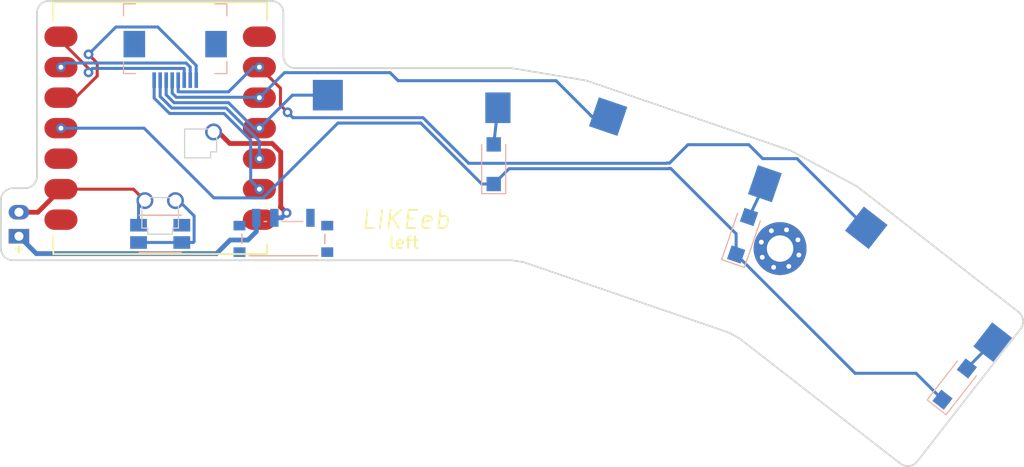
<source format=kicad_pcb>
(kicad_pcb (version 20221018) (generator pcbnew)
  (title_block (title "left_thumbs") (rev "rev1.2") (company "nikservik"))
  (layers (0 "F.Cu" signal) (31 "B.Cu" signal) (34 "B.Paste" user) (35 "F.Paste" user) (36 "B.SilkS" user "B.Silkscreen") (37 "F.SilkS" user "F.Silkscreen") (38 "B.Mask" user) (39 "F.Mask" user) (44 "Edge.Cuts" user))
  (net 0 "")
  (net 1 "CT3")
  (net 2 "RLT4")
  (net 3 "S1_s2d")
  (net 4 "CT4")
  (net 5 "S2_s2d")
  (net 6 "CT5")
  (net 7 "S3_s2d")
  (net 8 "P0")
  (net 9 "CT1")
  (net 10 "CT2")
  (net 11 "P6")
  (net 12 "RLT1")
  (net 13 "RLT2")
  (net 14 "RLT3")
  (net 15 "RAW3V3")
  (net 16 "GND")
  (net 17 "RAW5V")
  (net 18 "BATP")
  (net 19 "RST")
  (net 20 "BAT_P")
  (footprint "MountingHole_2.2mm_M2_Pad_Via" (layer "F.Cu") (at 271.61651 48.91199 -18.952)
    (fp_text reference "_3" hide)
    (fp_text value "" (at 0 0 -18.952) (layer "F.SilkS") (effects (font (size 1.27 1.27))))
    (pad "1" thru_hole circle (at -1.65 0) (size 0.7 0.7) (drill 0.4) (layers "*.Cu" "*.Mask"))
    (pad "1" thru_hole circle (at -1.166726 -1.166726) (size 0.7 0.7) (drill 0.4) (layers "*.Cu" "*.Mask"))
    (pad "1" thru_hole circle (at -1.166726 1.166726) (size 0.7 0.7) (drill 0.4) (layers "*.Cu" "*.Mask"))
    (pad "1" thru_hole circle (at 0 -1.65) (size 0.7 0.7) (drill 0.4) (layers "*.Cu" "*.Mask"))
    (pad "1" thru_hole circle (at 0 0) (size 4.4 4.4) (drill 2.2) (layers "*.Cu" "*.Mask"))
    (pad "1" thru_hole circle (at 0 1.65) (size 0.7 0.7) (drill 0.4) (layers "*.Cu" "*.Mask"))
    (pad "1" thru_hole circle (at 1.166726 -1.166726) (size 0.7 0.7) (drill 0.4) (layers "*.Cu" "*.Mask"))
    (pad "1" thru_hole circle (at 1.166726 1.166726) (size 0.7 0.7) (drill 0.4) (layers "*.Cu" "*.Mask"))
    (pad "1" thru_hole circle (at 1.65 0) (size 0.7 0.7) (drill 0.4) (layers "*.Cu" "*.Mask"))
  )
  (footprint "sw_reset_side" (layer "F.Cu") (at 220.041967 47.68441 -90)
    (fp_text reference "SW2" hide)
    (fp_text value "" (at 0 0 -90) (layer "F.SilkS") (effects (font (size 1.27 1.27))))
    (fp_line (start -1.55 -1.75) (end -1.55 1.75) (stroke (width 0.12)) (layer "B.SilkS"))
    (fp_line (start 1.55 1.75) (end 1.55 -1.75) (stroke (width 0.12)) (layer "B.SilkS"))
    (pad "1" smd rect (at -0.72 -1.8 180) (size 1.4 1.05) (layers "B.Cu" "B.Paste" "B.Mask") (net 16 "GND"))
    (pad "1" smd rect (at -0.72 1.8 180) (size 1.4 1.05) (layers "B.Cu" "B.Paste" "B.Mask") (net 16 "GND"))
    (pad "2" smd rect (at 0.72 -1.8 180) (size 1.4 1.05) (layers "B.Cu" "B.Paste" "B.Mask") (net 19 "RST"))
    (pad "2" smd rect (at 0.72 1.8 180) (size 1.4 1.05) (layers "B.Cu" "B.Paste" "B.Mask") (net 19 "RST"))
  )
  (footprint "power_switch" (layer "F.Cu") (at 230.291967 48.08441 -90)
    (fp_text reference "" (at 0 0 -90) (layer "F.SilkS") (effects (font (size 1.27 1.27))))
    (fp_text value "" (at 0 0 -90) (layer "F.SilkS") (effects (font (size 1.27 1.27))))
    (fp_line (start -1.425 -1.6) (end -1.425 0.1) (stroke (width 0.12)) (layer "B.SilkS"))
    (fp_line (start -1.425 1.4) (end -1.425 1.6) (stroke (width 0.12)) (layer "B.SilkS"))
    (fp_line (start -0.375 -3.45) (end 0.415 -3.45) (stroke (width 0.12)) (layer "B.SilkS"))
    (fp_line (start 0.415 3.45) (end -0.375 3.45) (stroke (width 0.12)) (layer "B.SilkS"))
    (fp_line (start 1.425 -2.85) (end 1.425 2.85) (stroke (width 0.12)) (layer "B.SilkS"))
    (pad "" smd rect (at -1.085 -3.65 180) (size 1 0.8) (layers "B.Cu" "B.Paste" "B.Mask"))
    (pad "" smd rect (at -1.085 3.65 180) (size 1 0.8) (layers "B.Cu" "B.Paste" "B.Mask"))
    (pad "" np_thru_hole circle (at 0.025 -1.5) (size 0.9 0.9) (drill 0.9) (layers "*.Cu" "*.Mask"))
    (pad "" np_thru_hole circle (at 0.025 1.5) (size 0.9 0.9) (drill 0.9) (layers "*.Cu" "*.Mask"))
    (pad "" smd rect (at 1.125 -3.65 180) (size 1 0.8) (layers "B.Cu" "B.Paste" "B.Mask"))
    (pad "" smd rect (at 1.125 3.65 180) (size 1 0.8) (layers "B.Cu" "B.Paste" "B.Mask"))
    (pad "4" smd rect (at -1.735 2.25 180) (size 0.7 1.5) (layers "B.Cu" "B.Paste" "B.Mask") (net 20 "BAT_P"))
    (pad "5" smd rect (at -1.735 0.75 180) (size 0.7 1.5) (layers "B.Cu" "B.Paste" "B.Mask") (net 18 "BATP"))
    (pad "6" smd rect (at -1.735 -2.25 180) (size 0.7 1.5) (layers "B.Cu" "B.Paste" "B.Mask"))
  )
  (footprint "GateronLowProfileSwitch" (layer "F.Cu") (at 280.224404 55.589614 -37.904)
    (fp_text reference "S3" hide)
    (fp_text value "" hide)
    (pad "" np_thru_hole circle (at -2.6 -5.75) (size 3 3) (drill 3) (layers "*.Cu" "*.Mask"))
    (pad "" np_thru_hole circle (at 0 0) (size 5.1 5.1) (drill 5.1) (layers "*.Cu" "*.Mask"))
    (pad "" np_thru_hole circle (at 4.4 -4.7) (size 3 3) (drill 3) (layers "*.Cu" "*.Mask"))
    (pad "1" smd rect (at -6.3 -5.75 322.096) (size 2.5 2.55) (layers "B.Cu" "B.Paste" "B.Mask") (net 6 "CT5"))
    (pad "2" smd rect (at 7.85 -4.7 322.096) (size 2.1 2.55) (layers "B.Cu" "B.Paste" "B.Mask") (net 7 "S3_s2d"))
  )
  (footprint "GateronLowProfileSwitch" (layer "F.Cu") (at 240.291967 41.88441)
    (fp_text reference "S1" hide)
    (fp_text value "" hide)
    (pad "" np_thru_hole circle (at -2.6 -5.75) (size 3 3) (drill 3) (layers "*.Cu" "*.Mask"))
    (pad "" np_thru_hole circle (at 0 0) (size 5.1 5.1) (drill 5.1) (layers "*.Cu" "*.Mask"))
    (pad "" np_thru_hole circle (at 4.4 -4.7) (size 3 3) (drill 3) (layers "*.Cu" "*.Mask"))
    (pad "1" smd rect (at -6.3 -5.75) (size 2.5 2.55) (layers "B.Cu" "B.Paste" "B.Mask") (net 1 "CT3"))
    (pad "2" smd rect (at 7.85 -4.7) (size 2.1 2.55) (layers "B.Cu" "B.Paste" "B.Mask") (net 3 "S1_s2d"))
  )
  (footprint "BatteryPad" (layer "F.Cu") (at 208.291967 46.88441 90)
    (fp_text reference "BAT1" hide)
    (fp_text value "" hide)
    (fp_line (start -2.1 -0.25) (end -2.1 0.25) (stroke (width 0.15)) (layer "F.SilkS"))
    (fp_line (start -1.85 0) (end -2.35 0) (stroke (width 0.15)) (layer "F.SilkS"))
    (pad "1" thru_hole rect (at -1 0 90) (size 1.2 1.7) (drill 0.75) (layers "*.Cu" "*.Mask") (net 20 "BAT_P"))
    (pad "2" thru_hole oval (at 1 0 90) (size 1.2 1.7) (drill 0.75) (layers "*.Cu" "*.Mask") (net 16 "GND"))
  )
  (footprint "GateronLowProfileSwitch" (layer "F.Cu") (at 261.401967 45.40441 -18.952)
    (fp_text reference "S2" hide)
    (fp_text value "" hide)
    (pad "" np_thru_hole circle (at -2.6 -5.75) (size 3 3) (drill 3) (layers "*.Cu" "*.Mask"))
    (pad "" np_thru_hole circle (at 0 0) (size 5.1 5.1) (drill 5.1) (layers "*.Cu" "*.Mask"))
    (pad "" np_thru_hole circle (at 4.4 -4.7) (size 3 3) (drill 3) (layers "*.Cu" "*.Mask"))
    (pad "1" smd rect (at -6.3 -5.75 341.048) (size 2.5 2.55) (layers "B.Cu" "B.Paste" "B.Mask") (net 4 "CT4"))
    (pad "2" smd rect (at 7.85 -4.7 341.048) (size 2.1 2.55) (layers "B.Cu" "B.Paste" "B.Mask") (net 5 "S2_s2d"))
  )
  (footprint "Seeeduino XIAO nRF52840" (layer "F.Cu") (at 220.041967 38.88441 180)
    (fp_text reference "_1" hide)
    (fp_text value "" hide)
    (fp_line (start -8.89 -10.48) (end -8.89 -9) (stroke (width 0.15)) (layer "F.SilkS"))
    (fp_line (start -8.89 10.48) (end -8.89 9) (stroke (width 0.15)) (layer "F.SilkS"))
    (fp_line (start -8.89 10.48) (end 8.89 10.48) (stroke (width 0.15)) (layer "F.SilkS"))
    (fp_line (start 8.89 -10.48) (end -8.89 -10.48) (stroke (width 0.15)) (layer "F.SilkS"))
    (fp_line (start 8.89 -10.48) (end 8.89 -9) (stroke (width 0.15)) (layer "F.SilkS"))
    (fp_line (start 8.89 10.48) (end 8.89 9) (stroke (width 0.15)) (layer "F.SilkS"))
    (fp_line (start -4.695 -1.972) (end -4.195 -1.972) (stroke (width 0.1)) (layer "Edge.Cuts"))
    (fp_line (start -4.695 -0.567) (end -4.695 -1.972) (stroke (width 0.1)) (layer "Edge.Cuts"))
    (fp_line (start -4.195 -2.472) (end -2.032 -2.472) (stroke (width 0.1)) (layer "Edge.Cuts"))
    (fp_line (start -4.195 -1.972) (end -4.195 -2.472) (stroke (width 0.1)) (layer "Edge.Cuts"))
    (fp_line (start -4.195 -0.567) (end -4.695 -0.567) (stroke (width 0.1)) (layer "Edge.Cuts"))
    (fp_line (start -4.195 -0.067) (end -4.195 -0.567) (stroke (width 0.1)) (layer "Edge.Cuts"))
    (fp_line (start -2.032 -2.472) (end -2.032 -0.067) (stroke (width 0.1)) (layer "Edge.Cuts"))
    (fp_line (start -2.032 -0.067) (end -4.195 -0.067) (stroke (width 0.1)) (layer "Edge.Cuts"))
    (fp_line (start -1.52 -8.322) (end -1.02 -8.322) (stroke (width 0.1)) (layer "Edge.Cuts"))
    (fp_line (start -1.52 -6.282) (end -1.52 -8.322) (stroke (width 0.1)) (layer "Edge.Cuts"))
    (fp_line (start -1.02 -8.822) (end 1.02 -8.822) (stroke (width 0.1)) (layer "Edge.Cuts"))
    (fp_line (start -1.02 -8.322) (end -1.02 -8.822) (stroke (width 0.1)) (layer "Edge.Cuts"))
    (fp_line (start -1.02 -6.282) (end -1.52 -6.282) (stroke (width 0.1)) (layer "Edge.Cuts"))
    (fp_line (start -1.02 -5.782) (end -1.02 -6.282) (stroke (width 0.1)) (layer "Edge.Cuts"))
    (fp_line (start 1.02 -8.822) (end 1.02 -8.322) (stroke (width 0.1)) (layer "Edge.Cuts"))
    (fp_line (start 1.02 -8.322) (end 1.52 -8.322) (stroke (width 0.1)) (layer "Edge.Cuts"))
    (fp_line (start 1.02 -6.282) (end 1.02 -5.782) (stroke (width 0.1)) (layer "Edge.Cuts"))
    (fp_line (start 1.02 -5.782) (end -1.02 -5.782) (stroke (width 0.1)) (layer "Edge.Cuts"))
    (fp_line (start 1.52 -8.322) (end 1.52 -6.282) (stroke (width 0.1)) (layer "Edge.Cuts"))
    (fp_line (start 1.52 -6.282) (end 1.02 -6.282) (stroke (width 0.1)) (layer "Edge.Cuts"))
    (pad "" thru_hole circle (at -4.445 -0.317) (size 1.4 1.4) (drill 1) (layers "*.Cu" "*.Mask") (net 18 "BATP"))
    (pad "" thru_hole circle (at -1.27 -6.033) (size 1.4 1.4) (drill 1) (layers "*.Cu" "*.Mask") (net 19 "RST"))
    (pad "" thru_hole circle (at 1.27 -6.033) (size 1.4 1.4) (drill 1) (layers "*.Cu" "*.Mask") (net 16 "GND"))
    (pad "1" smd oval (at -8.255 -7.62 180) (size 2.75 1.7) (layers "F.Cu" "F.Paste" "F.Mask") (net 8 "P0"))
    (pad "2" smd oval (at -8.255 -5.08 180) (size 2.75 1.7) (layers "F.Cu" "F.Paste" "F.Mask") (net 9 "CT1"))
    (pad "3" smd oval (at -8.255 -2.54 180) (size 2.75 1.7) (layers "F.Cu" "F.Paste" "F.Mask") (net 10 "CT2"))
    (pad "4" smd oval (at -8.255 0 180) (size 2.75 1.7) (layers "F.Cu" "F.Paste" "F.Mask") (net 1 "CT3"))
    (pad "5" smd oval (at -8.255 2.54 180) (size 2.75 1.7) (layers "F.Cu" "F.Paste" "F.Mask") (net 4 "CT4"))
    (pad "6" smd oval (at -8.255 5.08 180) (size 2.75 1.7) (layers "F.Cu" "F.Paste" "F.Mask") (net 6 "CT5"))
    (pad "7" smd oval (at -8.255 7.62 180) (size 2.75 1.7) (layers "F.Cu" "F.Paste" "F.Mask") (net 11 "P6"))
    (pad "8" smd oval (at 8.255 7.62 180) (size 2.75 1.7) (layers "F.Cu" "F.Paste" "F.Mask") (net 12 "RLT1"))
    (pad "9" smd oval (at 8.255 5.08 180) (size 2.75 1.7) (layers "F.Cu" "F.Paste" "F.Mask") (net 13 "RLT2"))
    (pad "10" smd oval (at 8.255 2.54 180) (size 2.75 1.7) (layers "F.Cu" "F.Paste" "F.Mask") (net 14 "RLT3"))
    (pad "11" smd oval (at 8.255 0 180) (size 2.75 1.7) (layers "F.Cu" "F.Paste" "F.Mask") (net 2 "RLT4"))
    (pad "12" smd oval (at 8.255 -2.54 180) (size 2.75 1.7) (layers "F.Cu" "F.Paste" "F.Mask") (net 15 "RAW3V3"))
    (pad "13" smd oval (at 8.255 -5.08 180) (size 2.75 1.7) (layers "F.Cu" "F.Paste" "F.Mask") (net 16 "GND"))
    (pad "14" smd oval (at 8.255 -7.62 180) (size 2.75 1.7) (layers "F.Cu" "F.Paste" "F.Mask") (net 17 "RAW5V"))
  )
  (footprint "SmdDiode" (layer "B.Cu") (at 261.401967 45.40441 -18.952)
    (fp_text reference "" (at 0 0 -18.952) (layer "F.SilkS") (effects (font (size 1.27 1.27))))
    (fp_text value "" (at 0 0 -18.952) (layer "F.SilkS") (effects (font (size 1.27 1.27))))
    (fp_line (start 6.5 2.45) (end 6.5 -1.65) (stroke (width 0.1)) (layer "B.SilkS"))
    (fp_line (start 8.5 -1.65) (end 8.5 2.45) (stroke (width 0.1)) (layer "B.SilkS"))
    (fp_line (start 8.5 2.45) (end 6.5 2.45) (stroke (width 0.1)) (layer "B.SilkS"))
    (pad "1" smd rect (at 7.5 -1.65 341.048) (size 1.2 1.2) (layers "B.Cu" "B.Paste" "B.Mask") (net 5 "S2_s2d"))
    (pad "2" smd rect (at 7.5 1.65 341.048) (size 1.2 1.2) (layers "B.Cu" "B.Paste" "B.Mask") (net 2 "RLT4"))
  )
  (footprint "SmdDiode" (layer "B.Cu") (at 280.224404 55.589614 -37.904)
    (fp_text reference "" (at 0 0 -37.904) (layer "F.SilkS") (effects (font (size 1.27 1.27))))
    (fp_text value "" (at 0 0 -37.904) (layer "F.SilkS") (effects (font (size 1.27 1.27))))
    (fp_line (start 6.5 2.45) (end 6.5 -1.65) (stroke (width 0.1)) (layer "B.SilkS"))
    (fp_line (start 8.5 -1.65) (end 8.5 2.45) (stroke (width 0.1)) (layer "B.SilkS"))
    (fp_line (start 8.5 2.45) (end 6.5 2.45) (stroke (width 0.1)) (layer "B.SilkS"))
    (pad "1" smd rect (at 7.5 -1.65 322.096) (size 1.2 1.2) (layers "B.Cu" "B.Paste" "B.Mask") (net 7 "S3_s2d"))
    (pad "2" smd rect (at 7.5 1.65 322.096) (size 1.2 1.2) (layers "B.Cu" "B.Paste" "B.Mask") (net 2 "RLT4"))
  )
  (footprint "HKW FPC Socket" (layer "B.Cu") (at 221.291967 31.88441)
    (fp_text reference "_2" hide)
    (fp_text value "" hide)
    (fp_line (start -4.3 -3.35) (end -4.3 -2.35) (stroke (width 0.1)) (layer "B.SilkS"))
    (fp_line (start -4.3 -3.35) (end -3.3 -3.35) (stroke (width 0.1)) (layer "B.SilkS"))
    (fp_line (start -4.3 2.45) (end -4.3 1.45) (stroke (width 0.1)) (layer "B.SilkS"))
    (fp_line (start -4.3 2.45) (end -3.3 2.45) (stroke (width 0.1)) (layer "B.SilkS"))
    (fp_line (start 4.3 -3.35) (end 3.3 -3.35) (stroke (width 0.1)) (layer "B.SilkS"))
    (fp_line (start 4.3 -3.35) (end 4.3 -2.35) (stroke (width 0.1)) (layer "B.SilkS"))
    (fp_line (start 4.3 2.45) (end 3.3 2.45) (stroke (width 0.1)) (layer "B.SilkS"))
    (fp_line (start 4.3 2.45) (end 4.3 1.45) (stroke (width 0.1)) (layer "B.SilkS"))
    (pad "" smd rect (at -3.4 0) (size 1.8 2.2) (layers "B.Cu" "B.Paste" "B.Mask"))
    (pad "" smd rect (at 3.4 0) (size 1.8 2.2) (layers "B.Cu" "B.Paste" "B.Mask"))
    (pad "1" smd rect (at -1.75 3) (size 0.3 1.3) (layers "B.Cu" "B.Paste" "B.Mask") (net 9 "CT1"))
    (pad "2" smd rect (at -1.25 3) (size 0.3 1.3) (layers "B.Cu" "B.Paste" "B.Mask") (net 10 "CT2"))
    (pad "3" smd rect (at -0.75 3) (size 0.3 1.3) (layers "B.Cu" "B.Paste" "B.Mask") (net 1 "CT3"))
    (pad "4" smd rect (at -0.25 3) (size 0.3 1.3) (layers "B.Cu" "B.Paste" "B.Mask") (net 4 "CT4"))
    (pad "5" smd rect (at 0.25 3) (size 0.3 1.3) (layers "B.Cu" "B.Paste" "B.Mask") (net 6 "CT5"))
    (pad "6" smd rect (at 0.75 3) (size 0.3 1.3) (layers "B.Cu" "B.Paste" "B.Mask") (net 12 "RLT1"))
    (pad "7" smd rect (at 1.25 3) (size 0.3 1.3) (layers "B.Cu" "B.Paste" "B.Mask") (net 13 "RLT2"))
    (pad "8" smd rect (at 1.75 3) (size 0.3 1.3) (layers "B.Cu" "B.Paste" "B.Mask") (net 14 "RLT3"))
  )
  (footprint "SmdDiode" (layer "B.Cu") (at 240.291967 41.88441)
    (fp_text reference "" (at 0 0) (layer "F.SilkS") (effects (font (size 1.27 1.27))))
    (fp_text value "" (at 0 0) (layer "F.SilkS") (effects (font (size 1.27 1.27))))
    (fp_line (start 6.5 2.45) (end 6.5 -1.65) (stroke (width 0.1)) (layer "B.SilkS"))
    (fp_line (start 8.5 -1.65) (end 8.5 2.45) (stroke (width 0.1)) (layer "B.SilkS"))
    (fp_line (start 8.5 2.45) (end 6.5 2.45) (stroke (width 0.1)) (layer "B.SilkS"))
    (pad "1" smd rect (at 7.5 -1.65) (size 1.2 1.2) (layers "B.Cu" "B.Paste" "B.Mask") (net 3 "S1_s2d"))
    (pad "2" smd rect (at 7.5 1.65) (size 1.2 1.2) (layers "B.Cu" "B.Paste" "B.Mask") (net 2 "RLT4"))
  )
  (gr_line (start 206.791967 44.88441) (end 206.791967 48.88441) (stroke (width 0.15)) (layer "Edge.Cuts"))
  (gr_line (start 283.025393 66.641965) (end 291.626157 55.595388) (stroke (width 0.15)) (layer "Edge.Cuts"))
  (gr_line (start 230.291967 32.88441) (end 230.291967 29.28441) (stroke (width 0.15)) (layer "Edge.Cuts"))
  (gr_arc (start 249.210807 49.88441) (mid 249.291702 49.887687) (end 249.372066 49.897498) (stroke (width 0.15)) (layer "Edge.Cuts"))
  (gr_arc (start 206.791967 44.88441) (mid 207.08486 44.177303) (end 207.791967 43.88441) (stroke (width 0.15)) (layer "Edge.Cuts"))
  (gr_line (start 209.791967 29.28441) (end 209.791967 42.88441) (stroke (width 0.15)) (layer "Edge.Cuts"))
  (gr_arc (start 249.209363 33.88441) (mid 249.291687 33.887805) (end 249.373453 33.897965) (stroke (width 0.15)) (layer "Edge.Cuts"))
  (gr_line (start 255.406022 34.901453) (end 249.373453 33.897965) (stroke (width 0.15)) (layer "Edge.Cuts"))
  (gr_line (start 291.451456 54.192007) (end 278.103372 43.799311) (stroke (width 0.15)) (layer "Edge.Cuts"))
  (gr_arc (start 291.451455 54.192006) (mid 291.829456 54.857515) (end 291.626157 55.595388) (stroke (width 0.15)) (layer "Edge.Cuts"))
  (gr_arc (start 229.291967 28.28441) (mid 229.999074 28.577303) (end 230.291967 29.28441) (stroke (width 0.15)) (layer "Edge.Cuts"))
  (gr_line (start 268.208311 56.372881) (end 281.622011 66.816666) (stroke (width 0.15)) (layer "Edge.Cuts"))
  (gr_arc (start 277.964601 43.708674) (mid 278.035868 43.751112) (end 278.103372 43.799311) (stroke (width 0.15)) (layer "Edge.Cuts"))
  (gr_arc (start 255.406022 34.901453) (mid 255.487209 34.918445) (end 255.566708 34.942107) (stroke (width 0.15)) (layer "Edge.Cuts"))
  (gr_line (start 207.791967 49.88441) (end 249.210806 49.88441) (stroke (width 0.15)) (layer "Edge.Cuts"))
  (gr_line (start 250.291641 50.047755) (end 267.239118 55.867362) (stroke (width 0.15)) (layer "Edge.Cuts"))
  (gr_arc (start 267.239118 55.867362) (mid 267.314563 55.896734) (end 267.387385 55.932114) (stroke (width 0.15)) (layer "Edge.Cuts"))
  (gr_arc (start 209.791967 29.28441) (mid 210.08486 28.577303) (end 210.791967 28.28441) (stroke (width 0.15)) (layer "Edge.Cuts"))
  (gr_arc (start 283.025392 66.641965) (mid 282.359883 67.019965) (end 281.622011 66.816666) (stroke (width 0.15)) (layer "Edge.Cuts"))
  (gr_line (start 267.387385 55.932114) (end 268.208311 56.372881) (stroke (width 0.15)) (layer "Edge.Cuts"))
  (gr_line (start 249.372066 49.897498) (end 250.291641 50.047755) (stroke (width 0.15)) (layer "Edge.Cuts"))
  (gr_line (start 229.291967 28.28441) (end 210.791967 28.28441) (stroke (width 0.15)) (layer "Edge.Cuts"))
  (gr_arc (start 272.434166 40.734238) (mid 272.510925 40.764185) (end 272.584959 40.80035) (stroke (width 0.15)) (layer "Edge.Cuts"))
  (gr_line (start 208.791967 43.88441) (end 207.791967 43.88441) (stroke (width 0.15)) (layer "Edge.Cuts"))
  (gr_line (start 231.291967 33.88441) (end 249.209362 33.88441) (stroke (width 0.15)) (layer "Edge.Cuts"))
  (gr_arc (start 231.291967 33.88441) (mid 230.58486 33.591517) (end 230.291967 32.88441) (stroke (width 0.15)) (layer "Edge.Cuts"))
  (gr_arc (start 209.791967 42.88441) (mid 209.499074 43.591517) (end 208.791967 43.88441) (stroke (width 0.15)) (layer "Edge.Cuts"))
  (gr_arc (start 207.791967 49.88441) (mid 207.08486 49.591517) (end 206.791967 48.88441) (stroke (width 0.15)) (layer "Edge.Cuts"))
  (gr_line (start 277.964601 43.708673) (end 272.584959 40.80035) (stroke (width 0.15)) (layer "Edge.Cuts"))
  (gr_line (start 272.434167 40.734237) (end 255.566708 34.942107) (stroke (width 0.15)) (layer "Edge.Cuts"))
  (gr_text "LIKEeb" (at 236.66 47.39) (layer "F.SilkS") (effects (font (size 1.5 1.5) (thickness 0.15) italic) (justify left bottom)))
  (gr_text "left" (at 238.95 49.01) (layer "F.SilkS") (effects (font (size 1 1)) (justify left bottom)))
  (via (at 228.296967 38.88441) (size 0.8) (drill 0.4) (layers "F.Cu" "B.Cu") (net 1))
  (segment (start 220.541967 36.107202) (end 221.194175 36.75941) (width 0.25) (layer "B.Cu") (net 1))
  (segment (start 225.725806 36.75941) (end 227.850806 38.88441) (width 0.25) (layer "B.Cu") (net 1))
  (segment (start 221.194175 36.75941) (end 225.725806 36.75941) (width 0.25) (layer "B.Cu") (net 1))
  (segment (start 220.541967 34.88441) (end 220.541967 36.107202) (width 0.25) (layer "B.Cu") (net 1))
  (segment (start 233.991967 36.13441) (end 231.046967 36.13441) (width 0.25) (layer "B.Cu") (net 1))
  (segment (start 227.850806 38.88441) (end 228.296967 38.88441) (width 0.25) (layer "B.Cu") (net 1))
  (segment (start 231.046967 36.13441) (end 228.296967 38.88441) (width 0.25) (layer "B.Cu") (net 1))
  (via (at 211.786967 38.88441) (size 0.8) (drill 0.4) (layers "F.Cu" "B.Cu") (net 2))
  (segment (start 267.959519 47.679519) (end 262.52 42.24) (width 0.25) (layer "B.Cu") (net 2))
  (segment (start 218.70441 38.88441) (end 211.786967 38.88441) (width 0.25) (layer "B.Cu") (net 2))
  (segment (start 282.929468 59.3) (end 277.858734 59.3) (width 0.25) (layer "B.Cu") (net 2))
  (segment (start 277.858734 59.3) (end 267.959519 49.400785) (width 0.25) (layer "B.Cu") (net 2))
  (segment (start 262.366396 42.24) (end 262.346396 42.26) (width 0.25) (layer "B.Cu") (net 2))
  (segment (start 234.827272 38.45941) (end 228.597272 44.68941) (width 0.25) (layer "B.Cu") (net 2))
  (segment (start 241.723014 38.45941) (end 234.827272 38.45941) (width 0.25) (layer "B.Cu") (net 2))
  (segment (start 262.52 42.24) (end 262.366396 42.24) (width 0.25) (layer "B.Cu") (net 2))
  (segment (start 246.798014 43.53441) (end 241.723014 38.45941) (width 0.25) (layer "B.Cu") (net 2))
  (segment (start 285.128552 61.499084) (end 282.929468 59.3) (width 0.25) (layer "B.Cu") (net 2))
  (segment (start 247.791967 43.53441) (end 246.798014 43.53441) (width 0.25) (layer "B.Cu") (net 2))
  (segment (start 249.066377 42.26) (end 247.791967 43.53441) (width 0.25) (layer "B.Cu") (net 2))
  (segment (start 262.346396 42.26) (end 249.066377 42.26) (width 0.25) (layer "B.Cu") (net 2))
  (segment (start 224.50941 44.68941) (end 218.70441 38.88441) (width 0.25) (layer "B.Cu") (net 2))
  (segment (start 267.959519 49.400785) (end 267.959519 47.679519) (width 0.25) (layer "B.Cu") (net 2))
  (segment (start 228.597272 44.68941) (end 224.50941 44.68941) (width 0.25) (layer "B.Cu") (net 2))
  (segment (start 248.141967 37.18441) (end 247.791967 40.23441) (width 0.25) (layer "B.Cu") (net 3))
  (via (at 228.296967 36.34441) (size 0.8) (drill 0.4) (layers "F.Cu" "B.Cu") (net 4))
  (segment (start 228.261967 36.30941) (end 228.296967 36.34441) (width 0.25) (layer "B.Cu") (net 4))
  (segment (start 221.041967 35.970806) (end 221.380571 36.30941) (width 0.25) (layer "B.Cu") (net 4))
  (segment (start 255.970023 37.920023) (end 252.98 34.93) (width 0.25) (layer "B.Cu") (net 4))
  (segment (start 221.380571 36.30941) (end 228.261967 36.30941) (width 0.25) (layer "B.Cu") (net 4))
  (segment (start 230.381967 34.25941) (end 228.296967 36.34441) (width 0.25) (layer "B.Cu") (net 4))
  (segment (start 239.84 34.93) (end 239.16941 34.25941) (width 0.25) (layer "B.Cu") (net 4))
  (segment (start 221.041967 34.88441) (end 221.041967 35.970806) (width 0.25) (layer "B.Cu") (net 4))
  (segment (start 252.98 34.93) (end 239.84 34.93) (width 0.25) (layer "B.Cu") (net 4))
  (segment (start 239.16941 34.25941) (end 230.381967 34.25941) (width 0.25) (layer "B.Cu") (net 4))
  (segment (start 257.310945 37.920023) (end 255.970023 37.920023) (width 0.25) (layer "B.Cu") (net 4))
  (segment (start 270.352873 43.508683) (end 269.03128 46.279674) (width 0.25) (layer "B.Cu") (net 5))
  (segment (start 230.05 36.969999) (end 230.05 35.557443) (width 0.25) (layer "F.Cu") (net 6))
  (segment (start 230.05 35.557443) (end 228.296967 33.80441) (width 0.25) (layer "F.Cu") (net 6))
  (segment (start 230.642988 37.562987) (end 230.05 36.969999) (width 0.25) (layer "F.Cu") (net 6))
  (via (at 228.296967 33.80441) (size 0.8) (drill 0.4) (layers "F.Cu" "B.Cu") (net 6))
  (via (at 230.642988 37.562987) (size 0.8) (drill 0.4) (layers "F.Cu" "B.Cu") (net 6))
  (segment (start 278.785901 47.182283) (end 273.023618 41.42) (width 0.25) (layer "B.Cu") (net 6))
  (segment (start 221.566967 35.85941) (end 225.73059 35.85941) (width 0.25) (layer "B.Cu") (net 6))
  (segment (start 221.541967 34.88441) (end 221.541967 35.83441) (width 0.25) (layer "B.Cu") (net 6))
  (segment (start 221.541967 35.83441) (end 221.566967 35.85941) (width 0.25) (layer "B.Cu") (net 6))
  (segment (start 262.42 41.79) (end 262.18 41.79) (width 0.25) (layer "B.Cu") (net 6))
  (segment (start 262.18 41.79) (end 262.16 41.81) (width 0.25) (layer "B.Cu") (net 6))
  (segment (start 241.90941 38.00941) (end 231.089411 38.00941) (width 0.25) (layer "B.Cu") (net 6))
  (segment (start 245.71 41.81) (end 241.90941 38.00941) (width 0.25) (layer "B.Cu") (net 6))
  (segment (start 225.73059 35.85941) (end 227.78559 33.80441) (width 0.25) (layer "B.Cu") (net 6))
  (segment (start 270.17 41.42) (end 269.01 40.26) (width 0.25) (layer "B.Cu") (net 6))
  (segment (start 273.023618 41.42) (end 270.17 41.42) (width 0.25) (layer "B.Cu") (net 6))
  (segment (start 231.089411 38.00941) (end 230.642988 37.562987) (width 0.25) (layer "B.Cu") (net 6))
  (segment (start 269.01 40.26) (end 263.95 40.26) (width 0.25) (layer "B.Cu") (net 6))
  (segment (start 227.78559 33.80441) (end 228.296967 33.80441) (width 0.25) (layer "B.Cu") (net 6))
  (segment (start 263.95 40.26) (end 262.42 41.79) (width 0.25) (layer "B.Cu") (net 6))
  (segment (start 262.16 41.81) (end 245.71 41.81) (width 0.25) (layer "B.Cu") (net 6))
  (segment (start 289.305777 56.703692) (end 287.155874 58.895248) (width 0.25) (layer "B.Cu") (net 7))
  (via (at 228.296967 43.96441) (size 0.8) (drill 0.4) (layers "F.Cu" "B.Cu") (net 9))
  (segment (start 220.821383 37.65941) (end 225.353014 37.65941) (width 0.25) (layer "B.Cu") (net 9))
  (segment (start 219.541967 36.379994) (end 220.821383 37.65941) (width 0.25) (layer "B.Cu") (net 9))
  (segment (start 219.541967 34.88441) (end 219.541967 36.379994) (width 0.25) (layer "B.Cu") (net 9))
  (segment (start 225.353014 37.65941) (end 227.571967 39.878363) (width 0.25) (layer "B.Cu") (net 9))
  (segment (start 227.571967 43.23941) (end 228.296967 43.96441) (width 0.25) (layer "B.Cu") (net 9))
  (segment (start 227.571967 39.878363) (end 227.571967 43.23941) (width 0.25) (layer "B.Cu") (net 9))
  (via (at 228.296967 41.42441) (size 0.8) (drill 0.4) (layers "F.Cu" "B.Cu") (net 10))
  (segment (start 225.53941 37.20941) (end 228.296967 39.966967) (width 0.25) (layer "B.Cu") (net 10))
  (segment (start 228.296967 39.966967) (end 228.296967 41.42441) (width 0.25) (layer "B.Cu") (net 10))
  (segment (start 220.041967 34.88441) (end 220.041967 36.243598) (width 0.25) (layer "B.Cu") (net 10))
  (segment (start 220.041967 36.243598) (end 221.007779 37.20941) (width 0.25) (layer "B.Cu") (net 10))
  (segment (start 221.007779 37.20941) (end 225.53941 37.20941) (width 0.25) (layer "B.Cu") (net 10))
  (segment (start 214.08 34.24) (end 214.08 33.910742) (width 0.25) (layer "F.Cu") (net 12))
  (segment (start 214.08 33.910742) (end 211.786967 31.617709) (width 0.25) (layer "F.Cu") (net 12))
  (segment (start 211.786967 31.617709) (end 211.786967 31.26441) (width 0.25) (layer "F.Cu") (net 12))
  (via (at 214.08 34.24) (size 0.8) (drill 0.4) (layers "F.Cu" "B.Cu") (net 12))
  (segment (start 222.016967 33.90941) (end 214.41059 33.90941) (width 0.25) (layer "B.Cu") (net 12))
  (segment (start 222.041967 34.88441) (end 222.041967 33.93441) (width 0.25) (layer "B.Cu") (net 12))
  (segment (start 222.041967 33.93441) (end 222.016967 33.90941) (width 0.25) (layer "B.Cu") (net 12))
  (segment (start 214.41059 33.90941) (end 214.08 34.24) (width 0.25) (layer "B.Cu") (net 12))
  (via (at 211.786967 33.80441) (size 0.8) (drill 0.4) (layers "F.Cu" "B.Cu") (net 13))
  (segment (start 222.203363 33.45941) (end 212.131967 33.45941) (width 0.25) (layer "B.Cu") (net 13))
  (segment (start 222.541967 33.798014) (end 222.203363 33.45941) (width 0.25) (layer "B.Cu") (net 13))
  (segment (start 212.131967 33.45941) (end 211.786967 33.80441) (width 0.25) (layer "B.Cu") (net 13))
  (segment (start 222.541967 34.88441) (end 222.541967 33.798014) (width 0.25) (layer "B.Cu") (net 13))
  (segment (start 214.805 34.540305) (end 214.380305 34.965) (width 0.25) (layer "F.Cu") (net 14))
  (segment (start 214.380305 34.965) (end 214.375 34.965) (width 0.25) (layer "F.Cu") (net 14))
  (segment (start 214.08 32.73491) (end 214.805 33.45991) (width 0.25) (layer "F.Cu") (net 14))
  (segment (start 212.99559 36.34441) (end 211.786967 36.34441) (width 0.25) (layer "F.Cu") (net 14))
  (segment (start 214.375 34.965) (end 212.99559 36.34441) (width 0.25) (layer "F.Cu") (net 14))
  (segment (start 214.805 33.45991) (end 214.805 34.540305) (width 0.25) (layer "F.Cu") (net 14))
  (via (at 214.08 32.73491) (size 0.8) (drill 0.4) (layers "F.Cu" "B.Cu") (net 14))
  (segment (start 223.041967 33.661618) (end 219.839759 30.45941) (width 0.25) (layer "B.Cu") (net 14))
  (segment (start 219.839759 30.45941) (end 216.3555 30.45941) (width 0.25) (layer "B.Cu") (net 14))
  (segment (start 223.041967 34.88441) (end 223.041967 33.661618) (width 0.25) (layer "B.Cu") (net 14))
  (segment (start 216.3555 30.45941) (end 214.08 32.73491) (width 0.25) (layer "B.Cu") (net 14))
  (segment (start 208.291967 45.88441) (end 209.866967 45.88441) (width 0.4) (layer "F.Cu") (net 16))
  (segment (start 217.818967 43.96441) (end 211.786967 43.96441) (width 0.25) (layer "F.Cu") (net 16))
  (segment (start 209.866967 45.88441) (end 211.786967 43.96441) (width 0.4) (layer "F.Cu") (net 16))
  (segment (start 218.771967 44.91741) (end 217.818967 43.96441) (width 0.25) (layer "F.Cu") (net 16))
  (segment (start 218.241967 45.163567) (end 218.488124 44.91741) (width 0.25) (layer "B.Cu") (net 16))
  (segment (start 218.241967 46.96441) (end 218.241967 45.163567) (width 0.25) (layer "B.Cu") (net 16))
  (segment (start 218.488124 44.91741) (end 218.771967 44.91741) (width 0.25) (layer "B.Cu") (net 16))
  (segment (start 230.56 45.95) (end 230.05 45.44) (width 0.4) (layer "F.Cu") (net 18))
  (segment (start 230.071967 45.418033) (end 230.071967 40.866643) (width 0.4) (layer "F.Cu") (net 18))
  (segment (start 230.071967 40.866643) (end 229.365324 40.16) (width 0.4) (layer "F.Cu") (net 18))
  (segment (start 225.834466 40.16) (end 224.850876 39.17641) (width 0.4) (layer "F.Cu") (net 18))
  (segment (start 230.05 45.44) (end 230.071967 45.418033) (width 0.4) (layer "F.Cu") (net 18))
  (segment (start 229.365324 40.16) (end 225.834466 40.16) (width 0.4) (layer "F.Cu") (net 18))
  (via (at 230.56 45.95) (size 0.8) (drill 0.4) (layers "F.Cu" "B.Cu") (net 18))
  (segment (start 230.16059 46.34941) (end 230.56 45.95) (width 0.4) (layer "B.Cu") (net 18))
  (segment (start 229.541967 46.34941) (end 230.16059 46.34941) (width 0.4) (layer "B.Cu") (net 18))
  (segment (start 222.866967 46.188567) (end 221.59581 44.91741) (width 0.25) (layer "B.Cu") (net 19))
  (segment (start 218.241967 48.40441) (end 221.841967 48.40441) (width 0.25) (layer "B.Cu") (net 19))
  (segment (start 222.866967 48.32941) (end 222.866967 46.188567) (width 0.25) (layer "B.Cu") (net 19))
  (segment (start 221.59581 44.91741) (end 221.311967 44.91741) (width 0.25) (layer "B.Cu") (net 19))
  (segment (start 221.841967 48.40441) (end 222.791967 48.40441) (width 0.25) (layer "B.Cu") (net 19))
  (segment (start 222.791967 48.40441) (end 222.866967 48.32941) (width 0.25) (layer "B.Cu") (net 19))
  (segment (start 224.73059 49.32941) (end 225.86 48.2) (width 0.4) (layer "B.Cu") (net 20))
  (segment (start 209.736967 49.32941) (end 224.73059 49.32941) (width 0.4) (layer "B.Cu") (net 20))
  (segment (start 228.041967 47.49941) (end 228.041967 46.34941) (width 0.4) (layer "B.Cu") (net 20))
  (segment (start 225.86 48.2) (end 227.341377 48.2) (width 0.4) (layer "B.Cu") (net 20))
  (segment (start 208.291967 47.88441) (end 209.736967 49.32941) (width 0.4) (layer "B.Cu") (net 20))
  (segment (start 227.341377 48.2) (end 228.041967 47.49941) (width 0.4) (layer "B.Cu") (net 20))
)
</source>
